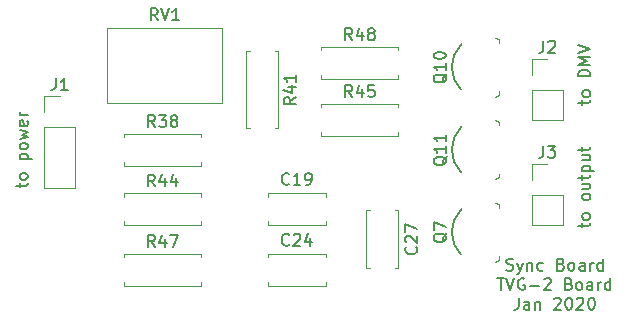
<source format=gbr>
G04 #@! TF.GenerationSoftware,KiCad,Pcbnew,(5.1.5)-3*
G04 #@! TF.CreationDate,2020-01-24T14:43:17-05:00*
G04 #@! TF.ProjectId,sync,73796e63-2e6b-4696-9361-645f70636258,v01*
G04 #@! TF.SameCoordinates,Original*
G04 #@! TF.FileFunction,Legend,Top*
G04 #@! TF.FilePolarity,Positive*
%FSLAX46Y46*%
G04 Gerber Fmt 4.6, Leading zero omitted, Abs format (unit mm)*
G04 Created by KiCad (PCBNEW (5.1.5)-3) date 2020-01-24 14:43:17*
%MOMM*%
%LPD*%
G04 APERTURE LIST*
%ADD10C,0.150000*%
%ADD11C,0.120000*%
%ADD12C,0.100000*%
G04 APERTURE END LIST*
D10*
X139414761Y-88924761D02*
X139557619Y-88972380D01*
X139795714Y-88972380D01*
X139890952Y-88924761D01*
X139938571Y-88877142D01*
X139986190Y-88781904D01*
X139986190Y-88686666D01*
X139938571Y-88591428D01*
X139890952Y-88543809D01*
X139795714Y-88496190D01*
X139605238Y-88448571D01*
X139510000Y-88400952D01*
X139462380Y-88353333D01*
X139414761Y-88258095D01*
X139414761Y-88162857D01*
X139462380Y-88067619D01*
X139510000Y-88020000D01*
X139605238Y-87972380D01*
X139843333Y-87972380D01*
X139986190Y-88020000D01*
X140319523Y-88305714D02*
X140557619Y-88972380D01*
X140795714Y-88305714D02*
X140557619Y-88972380D01*
X140462380Y-89210476D01*
X140414761Y-89258095D01*
X140319523Y-89305714D01*
X141176666Y-88305714D02*
X141176666Y-88972380D01*
X141176666Y-88400952D02*
X141224285Y-88353333D01*
X141319523Y-88305714D01*
X141462380Y-88305714D01*
X141557619Y-88353333D01*
X141605238Y-88448571D01*
X141605238Y-88972380D01*
X142510000Y-88924761D02*
X142414761Y-88972380D01*
X142224285Y-88972380D01*
X142129047Y-88924761D01*
X142081428Y-88877142D01*
X142033809Y-88781904D01*
X142033809Y-88496190D01*
X142081428Y-88400952D01*
X142129047Y-88353333D01*
X142224285Y-88305714D01*
X142414761Y-88305714D01*
X142510000Y-88353333D01*
X144033809Y-88448571D02*
X144176666Y-88496190D01*
X144224285Y-88543809D01*
X144271904Y-88639047D01*
X144271904Y-88781904D01*
X144224285Y-88877142D01*
X144176666Y-88924761D01*
X144081428Y-88972380D01*
X143700476Y-88972380D01*
X143700476Y-87972380D01*
X144033809Y-87972380D01*
X144129047Y-88020000D01*
X144176666Y-88067619D01*
X144224285Y-88162857D01*
X144224285Y-88258095D01*
X144176666Y-88353333D01*
X144129047Y-88400952D01*
X144033809Y-88448571D01*
X143700476Y-88448571D01*
X144843333Y-88972380D02*
X144748095Y-88924761D01*
X144700476Y-88877142D01*
X144652857Y-88781904D01*
X144652857Y-88496190D01*
X144700476Y-88400952D01*
X144748095Y-88353333D01*
X144843333Y-88305714D01*
X144986190Y-88305714D01*
X145081428Y-88353333D01*
X145129047Y-88400952D01*
X145176666Y-88496190D01*
X145176666Y-88781904D01*
X145129047Y-88877142D01*
X145081428Y-88924761D01*
X144986190Y-88972380D01*
X144843333Y-88972380D01*
X146033809Y-88972380D02*
X146033809Y-88448571D01*
X145986190Y-88353333D01*
X145890952Y-88305714D01*
X145700476Y-88305714D01*
X145605238Y-88353333D01*
X146033809Y-88924761D02*
X145938571Y-88972380D01*
X145700476Y-88972380D01*
X145605238Y-88924761D01*
X145557619Y-88829523D01*
X145557619Y-88734285D01*
X145605238Y-88639047D01*
X145700476Y-88591428D01*
X145938571Y-88591428D01*
X146033809Y-88543809D01*
X146510000Y-88972380D02*
X146510000Y-88305714D01*
X146510000Y-88496190D02*
X146557619Y-88400952D01*
X146605238Y-88353333D01*
X146700476Y-88305714D01*
X146795714Y-88305714D01*
X147557619Y-88972380D02*
X147557619Y-87972380D01*
X147557619Y-88924761D02*
X147462380Y-88972380D01*
X147271904Y-88972380D01*
X147176666Y-88924761D01*
X147129047Y-88877142D01*
X147081428Y-88781904D01*
X147081428Y-88496190D01*
X147129047Y-88400952D01*
X147176666Y-88353333D01*
X147271904Y-88305714D01*
X147462380Y-88305714D01*
X147557619Y-88353333D01*
X138652857Y-89622380D02*
X139224285Y-89622380D01*
X138938571Y-90622380D02*
X138938571Y-89622380D01*
X139414761Y-89622380D02*
X139748095Y-90622380D01*
X140081428Y-89622380D01*
X140938571Y-89670000D02*
X140843333Y-89622380D01*
X140700476Y-89622380D01*
X140557619Y-89670000D01*
X140462380Y-89765238D01*
X140414761Y-89860476D01*
X140367142Y-90050952D01*
X140367142Y-90193809D01*
X140414761Y-90384285D01*
X140462380Y-90479523D01*
X140557619Y-90574761D01*
X140700476Y-90622380D01*
X140795714Y-90622380D01*
X140938571Y-90574761D01*
X140986190Y-90527142D01*
X140986190Y-90193809D01*
X140795714Y-90193809D01*
X141414761Y-90241428D02*
X142176666Y-90241428D01*
X142605238Y-89717619D02*
X142652857Y-89670000D01*
X142748095Y-89622380D01*
X142986190Y-89622380D01*
X143081428Y-89670000D01*
X143129047Y-89717619D01*
X143176666Y-89812857D01*
X143176666Y-89908095D01*
X143129047Y-90050952D01*
X142557619Y-90622380D01*
X143176666Y-90622380D01*
X144700476Y-90098571D02*
X144843333Y-90146190D01*
X144890952Y-90193809D01*
X144938571Y-90289047D01*
X144938571Y-90431904D01*
X144890952Y-90527142D01*
X144843333Y-90574761D01*
X144748095Y-90622380D01*
X144367142Y-90622380D01*
X144367142Y-89622380D01*
X144700476Y-89622380D01*
X144795714Y-89670000D01*
X144843333Y-89717619D01*
X144890952Y-89812857D01*
X144890952Y-89908095D01*
X144843333Y-90003333D01*
X144795714Y-90050952D01*
X144700476Y-90098571D01*
X144367142Y-90098571D01*
X145510000Y-90622380D02*
X145414761Y-90574761D01*
X145367142Y-90527142D01*
X145319523Y-90431904D01*
X145319523Y-90146190D01*
X145367142Y-90050952D01*
X145414761Y-90003333D01*
X145510000Y-89955714D01*
X145652857Y-89955714D01*
X145748095Y-90003333D01*
X145795714Y-90050952D01*
X145843333Y-90146190D01*
X145843333Y-90431904D01*
X145795714Y-90527142D01*
X145748095Y-90574761D01*
X145652857Y-90622380D01*
X145510000Y-90622380D01*
X146700476Y-90622380D02*
X146700476Y-90098571D01*
X146652857Y-90003333D01*
X146557619Y-89955714D01*
X146367142Y-89955714D01*
X146271904Y-90003333D01*
X146700476Y-90574761D02*
X146605238Y-90622380D01*
X146367142Y-90622380D01*
X146271904Y-90574761D01*
X146224285Y-90479523D01*
X146224285Y-90384285D01*
X146271904Y-90289047D01*
X146367142Y-90241428D01*
X146605238Y-90241428D01*
X146700476Y-90193809D01*
X147176666Y-90622380D02*
X147176666Y-89955714D01*
X147176666Y-90146190D02*
X147224285Y-90050952D01*
X147271904Y-90003333D01*
X147367142Y-89955714D01*
X147462380Y-89955714D01*
X148224285Y-90622380D02*
X148224285Y-89622380D01*
X148224285Y-90574761D02*
X148129047Y-90622380D01*
X147938571Y-90622380D01*
X147843333Y-90574761D01*
X147795714Y-90527142D01*
X147748095Y-90431904D01*
X147748095Y-90146190D01*
X147795714Y-90050952D01*
X147843333Y-90003333D01*
X147938571Y-89955714D01*
X148129047Y-89955714D01*
X148224285Y-90003333D01*
X140462380Y-91272380D02*
X140462380Y-91986666D01*
X140414761Y-92129523D01*
X140319523Y-92224761D01*
X140176666Y-92272380D01*
X140081428Y-92272380D01*
X141367142Y-92272380D02*
X141367142Y-91748571D01*
X141319523Y-91653333D01*
X141224285Y-91605714D01*
X141033809Y-91605714D01*
X140938571Y-91653333D01*
X141367142Y-92224761D02*
X141271904Y-92272380D01*
X141033809Y-92272380D01*
X140938571Y-92224761D01*
X140890952Y-92129523D01*
X140890952Y-92034285D01*
X140938571Y-91939047D01*
X141033809Y-91891428D01*
X141271904Y-91891428D01*
X141367142Y-91843809D01*
X141843333Y-91605714D02*
X141843333Y-92272380D01*
X141843333Y-91700952D02*
X141890952Y-91653333D01*
X141986190Y-91605714D01*
X142129047Y-91605714D01*
X142224285Y-91653333D01*
X142271904Y-91748571D01*
X142271904Y-92272380D01*
X143462380Y-91367619D02*
X143510000Y-91320000D01*
X143605238Y-91272380D01*
X143843333Y-91272380D01*
X143938571Y-91320000D01*
X143986190Y-91367619D01*
X144033809Y-91462857D01*
X144033809Y-91558095D01*
X143986190Y-91700952D01*
X143414761Y-92272380D01*
X144033809Y-92272380D01*
X144652857Y-91272380D02*
X144748095Y-91272380D01*
X144843333Y-91320000D01*
X144890952Y-91367619D01*
X144938571Y-91462857D01*
X144986190Y-91653333D01*
X144986190Y-91891428D01*
X144938571Y-92081904D01*
X144890952Y-92177142D01*
X144843333Y-92224761D01*
X144748095Y-92272380D01*
X144652857Y-92272380D01*
X144557619Y-92224761D01*
X144510000Y-92177142D01*
X144462380Y-92081904D01*
X144414761Y-91891428D01*
X144414761Y-91653333D01*
X144462380Y-91462857D01*
X144510000Y-91367619D01*
X144557619Y-91320000D01*
X144652857Y-91272380D01*
X145367142Y-91367619D02*
X145414761Y-91320000D01*
X145510000Y-91272380D01*
X145748095Y-91272380D01*
X145843333Y-91320000D01*
X145890952Y-91367619D01*
X145938571Y-91462857D01*
X145938571Y-91558095D01*
X145890952Y-91700952D01*
X145319523Y-92272380D01*
X145938571Y-92272380D01*
X146557619Y-91272380D02*
X146652857Y-91272380D01*
X146748095Y-91320000D01*
X146795714Y-91367619D01*
X146843333Y-91462857D01*
X146890952Y-91653333D01*
X146890952Y-91891428D01*
X146843333Y-92081904D01*
X146795714Y-92177142D01*
X146748095Y-92224761D01*
X146652857Y-92272380D01*
X146557619Y-92272380D01*
X146462380Y-92224761D01*
X146414761Y-92177142D01*
X146367142Y-92081904D01*
X146319523Y-91891428D01*
X146319523Y-91653333D01*
X146367142Y-91462857D01*
X146414761Y-91367619D01*
X146462380Y-91320000D01*
X146557619Y-91272380D01*
X145835714Y-85319761D02*
X145835714Y-84938809D01*
X145502380Y-85176904D02*
X146359523Y-85176904D01*
X146454761Y-85129285D01*
X146502380Y-85034047D01*
X146502380Y-84938809D01*
X146502380Y-84462619D02*
X146454761Y-84557857D01*
X146407142Y-84605476D01*
X146311904Y-84653095D01*
X146026190Y-84653095D01*
X145930952Y-84605476D01*
X145883333Y-84557857D01*
X145835714Y-84462619D01*
X145835714Y-84319761D01*
X145883333Y-84224523D01*
X145930952Y-84176904D01*
X146026190Y-84129285D01*
X146311904Y-84129285D01*
X146407142Y-84176904D01*
X146454761Y-84224523D01*
X146502380Y-84319761D01*
X146502380Y-84462619D01*
X146502380Y-82795952D02*
X146454761Y-82891190D01*
X146407142Y-82938809D01*
X146311904Y-82986428D01*
X146026190Y-82986428D01*
X145930952Y-82938809D01*
X145883333Y-82891190D01*
X145835714Y-82795952D01*
X145835714Y-82653095D01*
X145883333Y-82557857D01*
X145930952Y-82510238D01*
X146026190Y-82462619D01*
X146311904Y-82462619D01*
X146407142Y-82510238D01*
X146454761Y-82557857D01*
X146502380Y-82653095D01*
X146502380Y-82795952D01*
X145835714Y-81605476D02*
X146502380Y-81605476D01*
X145835714Y-82034047D02*
X146359523Y-82034047D01*
X146454761Y-81986428D01*
X146502380Y-81891190D01*
X146502380Y-81748333D01*
X146454761Y-81653095D01*
X146407142Y-81605476D01*
X145835714Y-81272142D02*
X145835714Y-80891190D01*
X145502380Y-81129285D02*
X146359523Y-81129285D01*
X146454761Y-81081666D01*
X146502380Y-80986428D01*
X146502380Y-80891190D01*
X145835714Y-80557857D02*
X146835714Y-80557857D01*
X145883333Y-80557857D02*
X145835714Y-80462619D01*
X145835714Y-80272142D01*
X145883333Y-80176904D01*
X145930952Y-80129285D01*
X146026190Y-80081666D01*
X146311904Y-80081666D01*
X146407142Y-80129285D01*
X146454761Y-80176904D01*
X146502380Y-80272142D01*
X146502380Y-80462619D01*
X146454761Y-80557857D01*
X145835714Y-79224523D02*
X146502380Y-79224523D01*
X145835714Y-79653095D02*
X146359523Y-79653095D01*
X146454761Y-79605476D01*
X146502380Y-79510238D01*
X146502380Y-79367380D01*
X146454761Y-79272142D01*
X146407142Y-79224523D01*
X145835714Y-78891190D02*
X145835714Y-78510238D01*
X145502380Y-78748333D02*
X146359523Y-78748333D01*
X146454761Y-78700714D01*
X146502380Y-78605476D01*
X146502380Y-78510238D01*
X145835714Y-74913809D02*
X145835714Y-74532857D01*
X145502380Y-74770952D02*
X146359523Y-74770952D01*
X146454761Y-74723333D01*
X146502380Y-74628095D01*
X146502380Y-74532857D01*
X146502380Y-74056666D02*
X146454761Y-74151904D01*
X146407142Y-74199523D01*
X146311904Y-74247142D01*
X146026190Y-74247142D01*
X145930952Y-74199523D01*
X145883333Y-74151904D01*
X145835714Y-74056666D01*
X145835714Y-73913809D01*
X145883333Y-73818571D01*
X145930952Y-73770952D01*
X146026190Y-73723333D01*
X146311904Y-73723333D01*
X146407142Y-73770952D01*
X146454761Y-73818571D01*
X146502380Y-73913809D01*
X146502380Y-74056666D01*
X146502380Y-72532857D02*
X145502380Y-72532857D01*
X145502380Y-72294761D01*
X145550000Y-72151904D01*
X145645238Y-72056666D01*
X145740476Y-72009047D01*
X145930952Y-71961428D01*
X146073809Y-71961428D01*
X146264285Y-72009047D01*
X146359523Y-72056666D01*
X146454761Y-72151904D01*
X146502380Y-72294761D01*
X146502380Y-72532857D01*
X146502380Y-71532857D02*
X145502380Y-71532857D01*
X146216666Y-71199523D01*
X145502380Y-70866190D01*
X146502380Y-70866190D01*
X145502380Y-70532857D02*
X146502380Y-70199523D01*
X145502380Y-69866190D01*
X98210714Y-81930476D02*
X98210714Y-81549523D01*
X97877380Y-81787619D02*
X98734523Y-81787619D01*
X98829761Y-81740000D01*
X98877380Y-81644761D01*
X98877380Y-81549523D01*
X98877380Y-81073333D02*
X98829761Y-81168571D01*
X98782142Y-81216190D01*
X98686904Y-81263809D01*
X98401190Y-81263809D01*
X98305952Y-81216190D01*
X98258333Y-81168571D01*
X98210714Y-81073333D01*
X98210714Y-80930476D01*
X98258333Y-80835238D01*
X98305952Y-80787619D01*
X98401190Y-80740000D01*
X98686904Y-80740000D01*
X98782142Y-80787619D01*
X98829761Y-80835238D01*
X98877380Y-80930476D01*
X98877380Y-81073333D01*
X98210714Y-79549523D02*
X99210714Y-79549523D01*
X98258333Y-79549523D02*
X98210714Y-79454285D01*
X98210714Y-79263809D01*
X98258333Y-79168571D01*
X98305952Y-79120952D01*
X98401190Y-79073333D01*
X98686904Y-79073333D01*
X98782142Y-79120952D01*
X98829761Y-79168571D01*
X98877380Y-79263809D01*
X98877380Y-79454285D01*
X98829761Y-79549523D01*
X98877380Y-78501904D02*
X98829761Y-78597142D01*
X98782142Y-78644761D01*
X98686904Y-78692380D01*
X98401190Y-78692380D01*
X98305952Y-78644761D01*
X98258333Y-78597142D01*
X98210714Y-78501904D01*
X98210714Y-78359047D01*
X98258333Y-78263809D01*
X98305952Y-78216190D01*
X98401190Y-78168571D01*
X98686904Y-78168571D01*
X98782142Y-78216190D01*
X98829761Y-78263809D01*
X98877380Y-78359047D01*
X98877380Y-78501904D01*
X98210714Y-77835238D02*
X98877380Y-77644761D01*
X98401190Y-77454285D01*
X98877380Y-77263809D01*
X98210714Y-77073333D01*
X98829761Y-76311428D02*
X98877380Y-76406666D01*
X98877380Y-76597142D01*
X98829761Y-76692380D01*
X98734523Y-76740000D01*
X98353571Y-76740000D01*
X98258333Y-76692380D01*
X98210714Y-76597142D01*
X98210714Y-76406666D01*
X98258333Y-76311428D01*
X98353571Y-76263809D01*
X98448809Y-76263809D01*
X98544047Y-76740000D01*
X98877380Y-75835238D02*
X98210714Y-75835238D01*
X98401190Y-75835238D02*
X98305952Y-75787619D01*
X98258333Y-75740000D01*
X98210714Y-75644761D01*
X98210714Y-75549523D01*
D11*
X119190000Y-82390000D02*
X124130000Y-82390000D01*
X119190000Y-85130000D02*
X124130000Y-85130000D01*
X119190000Y-82390000D02*
X119190000Y-82705000D01*
X119190000Y-84815000D02*
X119190000Y-85130000D01*
X124130000Y-82390000D02*
X124130000Y-82705000D01*
X124130000Y-84815000D02*
X124130000Y-85130000D01*
X119190000Y-87530000D02*
X124130000Y-87530000D01*
X119190000Y-90270000D02*
X124130000Y-90270000D01*
X119190000Y-87530000D02*
X119190000Y-87845000D01*
X119190000Y-89955000D02*
X119190000Y-90270000D01*
X124130000Y-87530000D02*
X124130000Y-87845000D01*
X124130000Y-89955000D02*
X124130000Y-90270000D01*
X127850000Y-88790000D02*
X127535000Y-88790000D01*
X130275000Y-88790000D02*
X129960000Y-88790000D01*
X127850000Y-83850000D02*
X127535000Y-83850000D01*
X130275000Y-83850000D02*
X129960000Y-83850000D01*
X127535000Y-83850000D02*
X127535000Y-88790000D01*
X130275000Y-83850000D02*
X130275000Y-88790000D01*
X100270000Y-81975000D02*
X102930000Y-81975000D01*
X100270000Y-76835000D02*
X100270000Y-81975000D01*
X102930000Y-76835000D02*
X102930000Y-81975000D01*
X100270000Y-76835000D02*
X102930000Y-76835000D01*
X100270000Y-75565000D02*
X100270000Y-74235000D01*
X100270000Y-74235000D02*
X101600000Y-74235000D01*
X141545000Y-76260000D02*
X144205000Y-76260000D01*
X141545000Y-73660000D02*
X141545000Y-76260000D01*
X144205000Y-73660000D02*
X144205000Y-76260000D01*
X141545000Y-73660000D02*
X144205000Y-73660000D01*
X141545000Y-72390000D02*
X141545000Y-71060000D01*
X141545000Y-71060000D02*
X142875000Y-71060000D01*
X141545000Y-79950000D02*
X142875000Y-79950000D01*
X141545000Y-81280000D02*
X141545000Y-79950000D01*
X141545000Y-82550000D02*
X144205000Y-82550000D01*
X144205000Y-82550000D02*
X144205000Y-85150000D01*
X141545000Y-82550000D02*
X141545000Y-85150000D01*
X141545000Y-85150000D02*
X144205000Y-85150000D01*
D10*
X135610000Y-83775000D02*
G75*
G03X135560000Y-87625000I1900000J-1950000D01*
G01*
D12*
X138760000Y-83375000D02*
X138460000Y-83225000D01*
X138760000Y-83375000D02*
X138760000Y-83675000D01*
X138760000Y-87775000D02*
X138760000Y-88075000D01*
X138760000Y-88075000D02*
X138460000Y-88225000D01*
D10*
X135610000Y-69805000D02*
G75*
G03X135560000Y-73655000I1900000J-1950000D01*
G01*
D12*
X138760000Y-69405000D02*
X138460000Y-69255000D01*
X138760000Y-69405000D02*
X138760000Y-69705000D01*
X138760000Y-73805000D02*
X138760000Y-74105000D01*
X138760000Y-74105000D02*
X138460000Y-74255000D01*
X138760000Y-81090000D02*
X138460000Y-81240000D01*
X138760000Y-80790000D02*
X138760000Y-81090000D01*
X138760000Y-76390000D02*
X138760000Y-76690000D01*
X138760000Y-76390000D02*
X138460000Y-76240000D01*
D10*
X135610000Y-76790000D02*
G75*
G03X135560000Y-80640000I1900000J-1950000D01*
G01*
D11*
X113565000Y-80110000D02*
X113565000Y-79780000D01*
X107025000Y-80110000D02*
X113565000Y-80110000D01*
X107025000Y-79780000D02*
X107025000Y-80110000D01*
X113565000Y-77370000D02*
X113565000Y-77700000D01*
X107025000Y-77370000D02*
X113565000Y-77370000D01*
X107025000Y-77700000D02*
X107025000Y-77370000D01*
X119785000Y-70390000D02*
X120115000Y-70390000D01*
X120115000Y-70390000D02*
X120115000Y-76930000D01*
X120115000Y-76930000D02*
X119785000Y-76930000D01*
X117705000Y-70390000D02*
X117375000Y-70390000D01*
X117375000Y-70390000D02*
X117375000Y-76930000D01*
X117375000Y-76930000D02*
X117705000Y-76930000D01*
X107025000Y-82720000D02*
X107025000Y-82390000D01*
X107025000Y-82390000D02*
X113565000Y-82390000D01*
X113565000Y-82390000D02*
X113565000Y-82720000D01*
X107025000Y-84800000D02*
X107025000Y-85130000D01*
X107025000Y-85130000D02*
X113565000Y-85130000D01*
X113565000Y-85130000D02*
X113565000Y-84800000D01*
X130270000Y-77570000D02*
X130270000Y-77240000D01*
X123730000Y-77570000D02*
X130270000Y-77570000D01*
X123730000Y-77240000D02*
X123730000Y-77570000D01*
X130270000Y-74830000D02*
X130270000Y-75160000D01*
X123730000Y-74830000D02*
X130270000Y-74830000D01*
X123730000Y-75160000D02*
X123730000Y-74830000D01*
X107025000Y-87860000D02*
X107025000Y-87530000D01*
X107025000Y-87530000D02*
X113565000Y-87530000D01*
X113565000Y-87530000D02*
X113565000Y-87860000D01*
X107025000Y-89940000D02*
X107025000Y-90270000D01*
X107025000Y-90270000D02*
X113565000Y-90270000D01*
X113565000Y-90270000D02*
X113565000Y-89940000D01*
X130270000Y-72745000D02*
X130270000Y-72415000D01*
X123730000Y-72745000D02*
X130270000Y-72745000D01*
X123730000Y-72415000D02*
X123730000Y-72745000D01*
X130270000Y-70005000D02*
X130270000Y-70335000D01*
X123730000Y-70005000D02*
X130270000Y-70005000D01*
X123730000Y-70335000D02*
X123730000Y-70005000D01*
X105605000Y-68455000D02*
X115375000Y-68455000D01*
X105605000Y-74795000D02*
X115375000Y-74795000D01*
X105605000Y-68455000D02*
X105605000Y-74795000D01*
X115375000Y-68455000D02*
X115375000Y-74795000D01*
D10*
X121017142Y-81617142D02*
X120969523Y-81664761D01*
X120826666Y-81712380D01*
X120731428Y-81712380D01*
X120588571Y-81664761D01*
X120493333Y-81569523D01*
X120445714Y-81474285D01*
X120398095Y-81283809D01*
X120398095Y-81140952D01*
X120445714Y-80950476D01*
X120493333Y-80855238D01*
X120588571Y-80760000D01*
X120731428Y-80712380D01*
X120826666Y-80712380D01*
X120969523Y-80760000D01*
X121017142Y-80807619D01*
X121969523Y-81712380D02*
X121398095Y-81712380D01*
X121683809Y-81712380D02*
X121683809Y-80712380D01*
X121588571Y-80855238D01*
X121493333Y-80950476D01*
X121398095Y-80998095D01*
X122445714Y-81712380D02*
X122636190Y-81712380D01*
X122731428Y-81664761D01*
X122779047Y-81617142D01*
X122874285Y-81474285D01*
X122921904Y-81283809D01*
X122921904Y-80902857D01*
X122874285Y-80807619D01*
X122826666Y-80760000D01*
X122731428Y-80712380D01*
X122540952Y-80712380D01*
X122445714Y-80760000D01*
X122398095Y-80807619D01*
X122350476Y-80902857D01*
X122350476Y-81140952D01*
X122398095Y-81236190D01*
X122445714Y-81283809D01*
X122540952Y-81331428D01*
X122731428Y-81331428D01*
X122826666Y-81283809D01*
X122874285Y-81236190D01*
X122921904Y-81140952D01*
X121017142Y-86757142D02*
X120969523Y-86804761D01*
X120826666Y-86852380D01*
X120731428Y-86852380D01*
X120588571Y-86804761D01*
X120493333Y-86709523D01*
X120445714Y-86614285D01*
X120398095Y-86423809D01*
X120398095Y-86280952D01*
X120445714Y-86090476D01*
X120493333Y-85995238D01*
X120588571Y-85900000D01*
X120731428Y-85852380D01*
X120826666Y-85852380D01*
X120969523Y-85900000D01*
X121017142Y-85947619D01*
X121398095Y-85947619D02*
X121445714Y-85900000D01*
X121540952Y-85852380D01*
X121779047Y-85852380D01*
X121874285Y-85900000D01*
X121921904Y-85947619D01*
X121969523Y-86042857D01*
X121969523Y-86138095D01*
X121921904Y-86280952D01*
X121350476Y-86852380D01*
X121969523Y-86852380D01*
X122826666Y-86185714D02*
X122826666Y-86852380D01*
X122588571Y-85804761D02*
X122350476Y-86519047D01*
X122969523Y-86519047D01*
X131762142Y-86962857D02*
X131809761Y-87010476D01*
X131857380Y-87153333D01*
X131857380Y-87248571D01*
X131809761Y-87391428D01*
X131714523Y-87486666D01*
X131619285Y-87534285D01*
X131428809Y-87581904D01*
X131285952Y-87581904D01*
X131095476Y-87534285D01*
X131000238Y-87486666D01*
X130905000Y-87391428D01*
X130857380Y-87248571D01*
X130857380Y-87153333D01*
X130905000Y-87010476D01*
X130952619Y-86962857D01*
X130952619Y-86581904D02*
X130905000Y-86534285D01*
X130857380Y-86439047D01*
X130857380Y-86200952D01*
X130905000Y-86105714D01*
X130952619Y-86058095D01*
X131047857Y-86010476D01*
X131143095Y-86010476D01*
X131285952Y-86058095D01*
X131857380Y-86629523D01*
X131857380Y-86010476D01*
X130857380Y-85677142D02*
X130857380Y-85010476D01*
X131857380Y-85439047D01*
X101266666Y-72687380D02*
X101266666Y-73401666D01*
X101219047Y-73544523D01*
X101123809Y-73639761D01*
X100980952Y-73687380D01*
X100885714Y-73687380D01*
X102266666Y-73687380D02*
X101695238Y-73687380D01*
X101980952Y-73687380D02*
X101980952Y-72687380D01*
X101885714Y-72830238D01*
X101790476Y-72925476D01*
X101695238Y-72973095D01*
X142541666Y-69512380D02*
X142541666Y-70226666D01*
X142494047Y-70369523D01*
X142398809Y-70464761D01*
X142255952Y-70512380D01*
X142160714Y-70512380D01*
X142970238Y-69607619D02*
X143017857Y-69560000D01*
X143113095Y-69512380D01*
X143351190Y-69512380D01*
X143446428Y-69560000D01*
X143494047Y-69607619D01*
X143541666Y-69702857D01*
X143541666Y-69798095D01*
X143494047Y-69940952D01*
X142922619Y-70512380D01*
X143541666Y-70512380D01*
X142541666Y-78402380D02*
X142541666Y-79116666D01*
X142494047Y-79259523D01*
X142398809Y-79354761D01*
X142255952Y-79402380D01*
X142160714Y-79402380D01*
X142922619Y-78402380D02*
X143541666Y-78402380D01*
X143208333Y-78783333D01*
X143351190Y-78783333D01*
X143446428Y-78830952D01*
X143494047Y-78878571D01*
X143541666Y-78973809D01*
X143541666Y-79211904D01*
X143494047Y-79307142D01*
X143446428Y-79354761D01*
X143351190Y-79402380D01*
X143065476Y-79402380D01*
X142970238Y-79354761D01*
X142922619Y-79307142D01*
X134357619Y-85820238D02*
X134310000Y-85915476D01*
X134214761Y-86010714D01*
X134071904Y-86153571D01*
X134024285Y-86248809D01*
X134024285Y-86344047D01*
X134262380Y-86296428D02*
X134214761Y-86391666D01*
X134119523Y-86486904D01*
X133929047Y-86534523D01*
X133595714Y-86534523D01*
X133405238Y-86486904D01*
X133310000Y-86391666D01*
X133262380Y-86296428D01*
X133262380Y-86105952D01*
X133310000Y-86010714D01*
X133405238Y-85915476D01*
X133595714Y-85867857D01*
X133929047Y-85867857D01*
X134119523Y-85915476D01*
X134214761Y-86010714D01*
X134262380Y-86105952D01*
X134262380Y-86296428D01*
X133262380Y-85534523D02*
X133262380Y-84867857D01*
X134262380Y-85296428D01*
X134357619Y-72326428D02*
X134310000Y-72421666D01*
X134214761Y-72516904D01*
X134071904Y-72659761D01*
X134024285Y-72755000D01*
X134024285Y-72850238D01*
X134262380Y-72802619D02*
X134214761Y-72897857D01*
X134119523Y-72993095D01*
X133929047Y-73040714D01*
X133595714Y-73040714D01*
X133405238Y-72993095D01*
X133310000Y-72897857D01*
X133262380Y-72802619D01*
X133262380Y-72612142D01*
X133310000Y-72516904D01*
X133405238Y-72421666D01*
X133595714Y-72374047D01*
X133929047Y-72374047D01*
X134119523Y-72421666D01*
X134214761Y-72516904D01*
X134262380Y-72612142D01*
X134262380Y-72802619D01*
X134262380Y-71421666D02*
X134262380Y-71993095D01*
X134262380Y-71707380D02*
X133262380Y-71707380D01*
X133405238Y-71802619D01*
X133500476Y-71897857D01*
X133548095Y-71993095D01*
X133262380Y-70802619D02*
X133262380Y-70707380D01*
X133310000Y-70612142D01*
X133357619Y-70564523D01*
X133452857Y-70516904D01*
X133643333Y-70469285D01*
X133881428Y-70469285D01*
X134071904Y-70516904D01*
X134167142Y-70564523D01*
X134214761Y-70612142D01*
X134262380Y-70707380D01*
X134262380Y-70802619D01*
X134214761Y-70897857D01*
X134167142Y-70945476D01*
X134071904Y-70993095D01*
X133881428Y-71040714D01*
X133643333Y-71040714D01*
X133452857Y-70993095D01*
X133357619Y-70945476D01*
X133310000Y-70897857D01*
X133262380Y-70802619D01*
X134357619Y-79311428D02*
X134310000Y-79406666D01*
X134214761Y-79501904D01*
X134071904Y-79644761D01*
X134024285Y-79740000D01*
X134024285Y-79835238D01*
X134262380Y-79787619D02*
X134214761Y-79882857D01*
X134119523Y-79978095D01*
X133929047Y-80025714D01*
X133595714Y-80025714D01*
X133405238Y-79978095D01*
X133310000Y-79882857D01*
X133262380Y-79787619D01*
X133262380Y-79597142D01*
X133310000Y-79501904D01*
X133405238Y-79406666D01*
X133595714Y-79359047D01*
X133929047Y-79359047D01*
X134119523Y-79406666D01*
X134214761Y-79501904D01*
X134262380Y-79597142D01*
X134262380Y-79787619D01*
X134262380Y-78406666D02*
X134262380Y-78978095D01*
X134262380Y-78692380D02*
X133262380Y-78692380D01*
X133405238Y-78787619D01*
X133500476Y-78882857D01*
X133548095Y-78978095D01*
X134262380Y-77454285D02*
X134262380Y-78025714D01*
X134262380Y-77740000D02*
X133262380Y-77740000D01*
X133405238Y-77835238D01*
X133500476Y-77930476D01*
X133548095Y-78025714D01*
X109652142Y-76822380D02*
X109318809Y-76346190D01*
X109080714Y-76822380D02*
X109080714Y-75822380D01*
X109461666Y-75822380D01*
X109556904Y-75870000D01*
X109604523Y-75917619D01*
X109652142Y-76012857D01*
X109652142Y-76155714D01*
X109604523Y-76250952D01*
X109556904Y-76298571D01*
X109461666Y-76346190D01*
X109080714Y-76346190D01*
X109985476Y-75822380D02*
X110604523Y-75822380D01*
X110271190Y-76203333D01*
X110414047Y-76203333D01*
X110509285Y-76250952D01*
X110556904Y-76298571D01*
X110604523Y-76393809D01*
X110604523Y-76631904D01*
X110556904Y-76727142D01*
X110509285Y-76774761D01*
X110414047Y-76822380D01*
X110128333Y-76822380D01*
X110033095Y-76774761D01*
X109985476Y-76727142D01*
X111175952Y-76250952D02*
X111080714Y-76203333D01*
X111033095Y-76155714D01*
X110985476Y-76060476D01*
X110985476Y-76012857D01*
X111033095Y-75917619D01*
X111080714Y-75870000D01*
X111175952Y-75822380D01*
X111366428Y-75822380D01*
X111461666Y-75870000D01*
X111509285Y-75917619D01*
X111556904Y-76012857D01*
X111556904Y-76060476D01*
X111509285Y-76155714D01*
X111461666Y-76203333D01*
X111366428Y-76250952D01*
X111175952Y-76250952D01*
X111080714Y-76298571D01*
X111033095Y-76346190D01*
X110985476Y-76441428D01*
X110985476Y-76631904D01*
X111033095Y-76727142D01*
X111080714Y-76774761D01*
X111175952Y-76822380D01*
X111366428Y-76822380D01*
X111461666Y-76774761D01*
X111509285Y-76727142D01*
X111556904Y-76631904D01*
X111556904Y-76441428D01*
X111509285Y-76346190D01*
X111461666Y-76298571D01*
X111366428Y-76250952D01*
X121567380Y-74302857D02*
X121091190Y-74636190D01*
X121567380Y-74874285D02*
X120567380Y-74874285D01*
X120567380Y-74493333D01*
X120615000Y-74398095D01*
X120662619Y-74350476D01*
X120757857Y-74302857D01*
X120900714Y-74302857D01*
X120995952Y-74350476D01*
X121043571Y-74398095D01*
X121091190Y-74493333D01*
X121091190Y-74874285D01*
X120900714Y-73445714D02*
X121567380Y-73445714D01*
X120519761Y-73683809D02*
X121234047Y-73921904D01*
X121234047Y-73302857D01*
X121567380Y-72398095D02*
X121567380Y-72969523D01*
X121567380Y-72683809D02*
X120567380Y-72683809D01*
X120710238Y-72779047D01*
X120805476Y-72874285D01*
X120853095Y-72969523D01*
X109652142Y-81842380D02*
X109318809Y-81366190D01*
X109080714Y-81842380D02*
X109080714Y-80842380D01*
X109461666Y-80842380D01*
X109556904Y-80890000D01*
X109604523Y-80937619D01*
X109652142Y-81032857D01*
X109652142Y-81175714D01*
X109604523Y-81270952D01*
X109556904Y-81318571D01*
X109461666Y-81366190D01*
X109080714Y-81366190D01*
X110509285Y-81175714D02*
X110509285Y-81842380D01*
X110271190Y-80794761D02*
X110033095Y-81509047D01*
X110652142Y-81509047D01*
X111461666Y-81175714D02*
X111461666Y-81842380D01*
X111223571Y-80794761D02*
X110985476Y-81509047D01*
X111604523Y-81509047D01*
X126357142Y-74282380D02*
X126023809Y-73806190D01*
X125785714Y-74282380D02*
X125785714Y-73282380D01*
X126166666Y-73282380D01*
X126261904Y-73330000D01*
X126309523Y-73377619D01*
X126357142Y-73472857D01*
X126357142Y-73615714D01*
X126309523Y-73710952D01*
X126261904Y-73758571D01*
X126166666Y-73806190D01*
X125785714Y-73806190D01*
X127214285Y-73615714D02*
X127214285Y-74282380D01*
X126976190Y-73234761D02*
X126738095Y-73949047D01*
X127357142Y-73949047D01*
X128214285Y-73282380D02*
X127738095Y-73282380D01*
X127690476Y-73758571D01*
X127738095Y-73710952D01*
X127833333Y-73663333D01*
X128071428Y-73663333D01*
X128166666Y-73710952D01*
X128214285Y-73758571D01*
X128261904Y-73853809D01*
X128261904Y-74091904D01*
X128214285Y-74187142D01*
X128166666Y-74234761D01*
X128071428Y-74282380D01*
X127833333Y-74282380D01*
X127738095Y-74234761D01*
X127690476Y-74187142D01*
X109652142Y-86982380D02*
X109318809Y-86506190D01*
X109080714Y-86982380D02*
X109080714Y-85982380D01*
X109461666Y-85982380D01*
X109556904Y-86030000D01*
X109604523Y-86077619D01*
X109652142Y-86172857D01*
X109652142Y-86315714D01*
X109604523Y-86410952D01*
X109556904Y-86458571D01*
X109461666Y-86506190D01*
X109080714Y-86506190D01*
X110509285Y-86315714D02*
X110509285Y-86982380D01*
X110271190Y-85934761D02*
X110033095Y-86649047D01*
X110652142Y-86649047D01*
X110937857Y-85982380D02*
X111604523Y-85982380D01*
X111175952Y-86982380D01*
X126357142Y-69457380D02*
X126023809Y-68981190D01*
X125785714Y-69457380D02*
X125785714Y-68457380D01*
X126166666Y-68457380D01*
X126261904Y-68505000D01*
X126309523Y-68552619D01*
X126357142Y-68647857D01*
X126357142Y-68790714D01*
X126309523Y-68885952D01*
X126261904Y-68933571D01*
X126166666Y-68981190D01*
X125785714Y-68981190D01*
X127214285Y-68790714D02*
X127214285Y-69457380D01*
X126976190Y-68409761D02*
X126738095Y-69124047D01*
X127357142Y-69124047D01*
X127880952Y-68885952D02*
X127785714Y-68838333D01*
X127738095Y-68790714D01*
X127690476Y-68695476D01*
X127690476Y-68647857D01*
X127738095Y-68552619D01*
X127785714Y-68505000D01*
X127880952Y-68457380D01*
X128071428Y-68457380D01*
X128166666Y-68505000D01*
X128214285Y-68552619D01*
X128261904Y-68647857D01*
X128261904Y-68695476D01*
X128214285Y-68790714D01*
X128166666Y-68838333D01*
X128071428Y-68885952D01*
X127880952Y-68885952D01*
X127785714Y-68933571D01*
X127738095Y-68981190D01*
X127690476Y-69076428D01*
X127690476Y-69266904D01*
X127738095Y-69362142D01*
X127785714Y-69409761D01*
X127880952Y-69457380D01*
X128071428Y-69457380D01*
X128166666Y-69409761D01*
X128214285Y-69362142D01*
X128261904Y-69266904D01*
X128261904Y-69076428D01*
X128214285Y-68981190D01*
X128166666Y-68933571D01*
X128071428Y-68885952D01*
X109894761Y-67777380D02*
X109561428Y-67301190D01*
X109323333Y-67777380D02*
X109323333Y-66777380D01*
X109704285Y-66777380D01*
X109799523Y-66825000D01*
X109847142Y-66872619D01*
X109894761Y-66967857D01*
X109894761Y-67110714D01*
X109847142Y-67205952D01*
X109799523Y-67253571D01*
X109704285Y-67301190D01*
X109323333Y-67301190D01*
X110180476Y-66777380D02*
X110513809Y-67777380D01*
X110847142Y-66777380D01*
X111704285Y-67777380D02*
X111132857Y-67777380D01*
X111418571Y-67777380D02*
X111418571Y-66777380D01*
X111323333Y-66920238D01*
X111228095Y-67015476D01*
X111132857Y-67063095D01*
M02*

</source>
